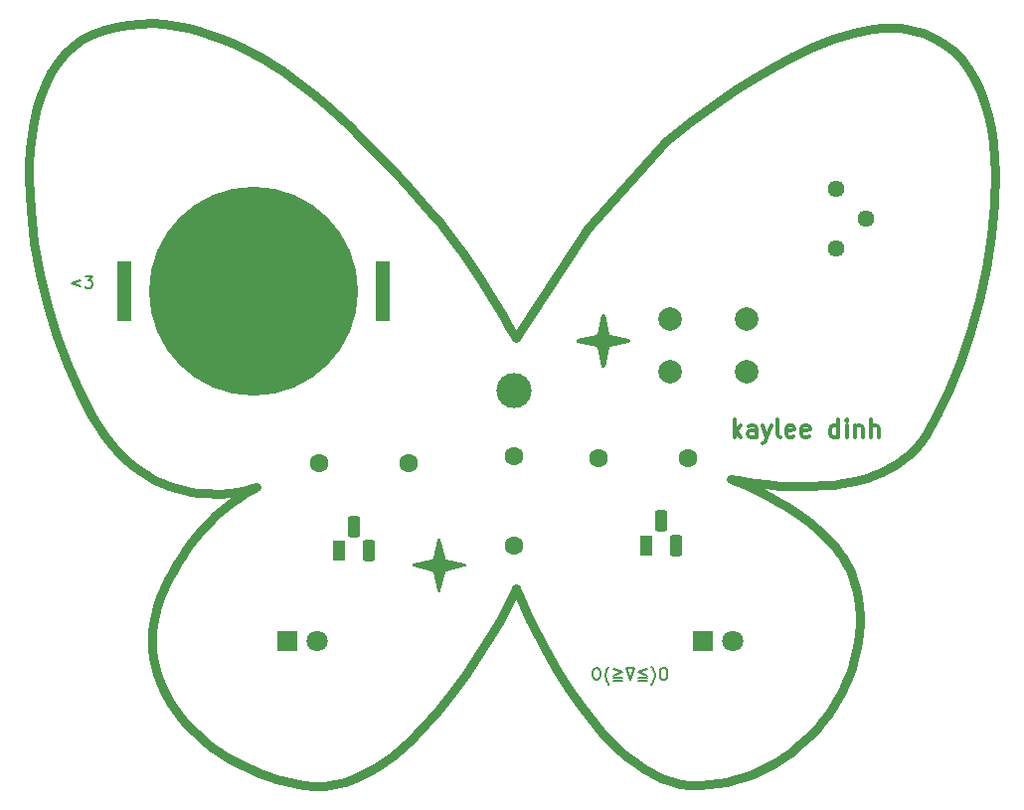
<source format=gbr>
%TF.GenerationSoftware,KiCad,Pcbnew,9.0.2*%
%TF.CreationDate,2025-06-28T05:17:50-07:00*%
%TF.ProjectId,butterfly5,62757474-6572-4666-9c79-352e6b696361,rev?*%
%TF.SameCoordinates,Original*%
%TF.FileFunction,Soldermask,Top*%
%TF.FilePolarity,Negative*%
%FSLAX46Y46*%
G04 Gerber Fmt 4.6, Leading zero omitted, Abs format (unit mm)*
G04 Created by KiCad (PCBNEW 9.0.2) date 2025-06-28 05:17:50*
%MOMM*%
%LPD*%
G01*
G04 APERTURE LIST*
G04 Aperture macros list*
%AMRoundRect*
0 Rectangle with rounded corners*
0 $1 Rounding radius*
0 $2 $3 $4 $5 $6 $7 $8 $9 X,Y pos of 4 corners*
0 Add a 4 corners polygon primitive as box body*
4,1,4,$2,$3,$4,$5,$6,$7,$8,$9,$2,$3,0*
0 Add four circle primitives for the rounded corners*
1,1,$1+$1,$2,$3*
1,1,$1+$1,$4,$5*
1,1,$1+$1,$6,$7*
1,1,$1+$1,$8,$9*
0 Add four rect primitives between the rounded corners*
20,1,$1+$1,$2,$3,$4,$5,0*
20,1,$1+$1,$4,$5,$6,$7,0*
20,1,$1+$1,$6,$7,$8,$9,0*
20,1,$1+$1,$8,$9,$2,$3,0*%
G04 Aperture macros list end*
%ADD10C,0.000000*%
%ADD11C,0.761999*%
%ADD12C,0.300000*%
%ADD13C,0.150000*%
%ADD14C,1.600000*%
%ADD15R,1.270000X5.080000*%
%ADD16C,17.800000*%
%ADD17R,1.800000X1.800000*%
%ADD18C,1.800000*%
%ADD19R,1.100000X1.800000*%
%ADD20RoundRect,0.275000X-0.275000X-0.625000X0.275000X-0.625000X0.275000X0.625000X-0.275000X0.625000X0*%
%ADD21C,3.000000*%
%ADD22C,2.000000*%
%ADD23C,1.440000*%
G04 APERTURE END LIST*
D10*
G36*
X155811825Y-89514012D02*
G01*
X155823584Y-89515350D01*
X155835210Y-89517579D01*
X155846638Y-89520700D01*
X155857801Y-89524713D01*
X155868633Y-89529617D01*
X155879069Y-89535413D01*
X155889041Y-89542101D01*
X155898484Y-89549681D01*
X155907332Y-89558152D01*
X155915518Y-89567515D01*
X155922976Y-89577769D01*
X155929641Y-89588916D01*
X155935445Y-89600954D01*
X155940323Y-89613883D01*
X155944209Y-89627705D01*
X156310371Y-91179451D01*
X156313132Y-91189549D01*
X156316565Y-91199341D01*
X156320643Y-91208800D01*
X156325341Y-91217901D01*
X156330632Y-91226616D01*
X156336490Y-91234920D01*
X156342890Y-91242788D01*
X156349804Y-91250192D01*
X156357208Y-91257107D01*
X156365075Y-91263507D01*
X156373379Y-91269366D01*
X156382094Y-91274658D01*
X156391194Y-91279356D01*
X156400653Y-91283435D01*
X156410445Y-91286868D01*
X156420543Y-91289630D01*
X157972293Y-91655792D01*
X157986115Y-91659677D01*
X157999045Y-91664555D01*
X158011083Y-91670360D01*
X158022230Y-91677024D01*
X158032485Y-91684483D01*
X158041848Y-91692669D01*
X158050319Y-91701516D01*
X158057899Y-91710959D01*
X158064587Y-91720932D01*
X158070383Y-91731367D01*
X158075287Y-91742200D01*
X158079300Y-91753363D01*
X158082421Y-91764791D01*
X158084650Y-91776417D01*
X158085988Y-91788175D01*
X158086434Y-91800000D01*
X158085988Y-91811825D01*
X158084650Y-91823584D01*
X158082421Y-91835210D01*
X158079300Y-91846638D01*
X158075287Y-91857801D01*
X158070383Y-91868633D01*
X158064587Y-91879069D01*
X158057899Y-91889041D01*
X158050319Y-91898484D01*
X158041848Y-91907332D01*
X158032485Y-91915518D01*
X158022230Y-91922976D01*
X158011083Y-91929641D01*
X157999045Y-91935445D01*
X157986115Y-91940323D01*
X157972293Y-91944209D01*
X156420543Y-92310371D01*
X156410445Y-92313132D01*
X156400653Y-92316565D01*
X156391194Y-92320643D01*
X156382094Y-92325341D01*
X156373379Y-92330632D01*
X156365075Y-92336490D01*
X156357208Y-92342890D01*
X156349804Y-92349804D01*
X156342890Y-92357208D01*
X156336490Y-92365075D01*
X156330632Y-92373379D01*
X156325341Y-92382094D01*
X156320643Y-92391194D01*
X156316565Y-92400653D01*
X156313132Y-92410445D01*
X156310371Y-92420543D01*
X155944209Y-93972293D01*
X155940323Y-93986115D01*
X155935445Y-93999045D01*
X155929641Y-94011083D01*
X155922976Y-94022230D01*
X155915518Y-94032485D01*
X155907332Y-94041848D01*
X155898484Y-94050319D01*
X155889041Y-94057899D01*
X155879069Y-94064587D01*
X155868633Y-94070383D01*
X155857801Y-94075287D01*
X155846638Y-94079300D01*
X155835210Y-94082421D01*
X155823584Y-94084650D01*
X155811825Y-94085988D01*
X155800000Y-94086434D01*
X155788175Y-94085988D01*
X155776417Y-94084650D01*
X155764791Y-94082421D01*
X155753363Y-94079300D01*
X155742200Y-94075287D01*
X155731367Y-94070383D01*
X155720932Y-94064587D01*
X155710959Y-94057899D01*
X155701516Y-94050319D01*
X155692669Y-94041848D01*
X155684483Y-94032485D01*
X155677024Y-94022230D01*
X155670360Y-94011083D01*
X155664555Y-93999045D01*
X155659677Y-93986115D01*
X155655792Y-93972293D01*
X155289630Y-92420543D01*
X155286868Y-92410445D01*
X155283435Y-92400653D01*
X155279356Y-92391194D01*
X155274658Y-92382094D01*
X155269366Y-92373379D01*
X155263507Y-92365075D01*
X155257107Y-92357208D01*
X155250192Y-92349804D01*
X155242788Y-92342890D01*
X155234920Y-92336490D01*
X155226616Y-92330632D01*
X155217901Y-92325341D01*
X155208800Y-92320643D01*
X155199341Y-92316565D01*
X155189549Y-92313132D01*
X155179451Y-92310371D01*
X153627705Y-91944209D01*
X153613883Y-91940323D01*
X153600954Y-91935445D01*
X153588916Y-91929641D01*
X153577769Y-91922976D01*
X153567515Y-91915518D01*
X153558152Y-91907332D01*
X153549681Y-91898484D01*
X153542101Y-91889041D01*
X153535413Y-91879069D01*
X153529617Y-91868633D01*
X153524713Y-91857801D01*
X153520700Y-91846638D01*
X153517579Y-91835210D01*
X153515350Y-91823584D01*
X153514012Y-91811825D01*
X153513567Y-91800000D01*
X153514012Y-91788175D01*
X153515350Y-91776417D01*
X153517579Y-91764791D01*
X153520700Y-91753363D01*
X153524713Y-91742200D01*
X153529617Y-91731367D01*
X153535413Y-91720932D01*
X153542101Y-91710959D01*
X153549681Y-91701516D01*
X153558152Y-91692669D01*
X153567515Y-91684483D01*
X153577769Y-91677024D01*
X153588916Y-91670360D01*
X153600954Y-91664555D01*
X153613883Y-91659677D01*
X153627705Y-91655792D01*
X155179451Y-91289630D01*
X155189549Y-91286868D01*
X155199341Y-91283435D01*
X155208800Y-91279356D01*
X155217901Y-91274658D01*
X155226616Y-91269366D01*
X155234920Y-91263507D01*
X155242788Y-91257107D01*
X155250192Y-91250192D01*
X155257107Y-91242788D01*
X155263507Y-91234920D01*
X155269366Y-91226616D01*
X155274658Y-91217901D01*
X155279356Y-91208800D01*
X155283435Y-91199341D01*
X155286868Y-91189549D01*
X155289630Y-91179451D01*
X155655792Y-89627705D01*
X155659677Y-89613883D01*
X155664555Y-89600954D01*
X155670360Y-89588916D01*
X155677024Y-89577769D01*
X155684483Y-89567515D01*
X155692669Y-89558152D01*
X155701516Y-89549681D01*
X155710959Y-89542101D01*
X155720932Y-89535413D01*
X155731367Y-89529617D01*
X155742200Y-89524713D01*
X155753363Y-89520700D01*
X155764791Y-89517579D01*
X155776417Y-89515350D01*
X155788175Y-89514012D01*
X155800000Y-89513566D01*
X155811825Y-89514012D01*
G37*
D11*
X118400000Y-64800000D02*
X119397991Y-64932196D01*
X120385448Y-65126551D01*
X121360243Y-65377798D01*
X122320249Y-65680669D01*
X123263337Y-66029898D01*
X124187380Y-66420217D01*
X125090250Y-66846360D01*
X125969820Y-67303059D01*
X126823960Y-67785047D01*
X127650545Y-68287058D01*
X128447445Y-68803823D01*
X129943682Y-69860549D01*
X131295649Y-70913090D01*
X132486323Y-71919307D01*
X133498682Y-72837065D01*
X134315704Y-73624227D01*
X134920367Y-74238654D01*
X135424524Y-74780761D01*
X136152998Y-75505036D01*
X137938623Y-77331286D01*
X139040460Y-78495195D01*
X140181698Y-79739649D01*
X141287374Y-80999665D01*
X141803450Y-81615202D01*
X142282525Y-82210260D01*
X142794323Y-82879231D01*
X143316855Y-83594209D01*
X143844083Y-84342892D01*
X144369969Y-85112974D01*
X145393571Y-86668128D01*
X146339364Y-88161242D01*
X147159053Y-89493890D01*
X147804340Y-90567644D01*
X148378525Y-91544760D01*
X154474523Y-82210260D01*
X161142021Y-74780761D01*
X163294927Y-73070632D01*
X165665389Y-71351027D01*
X167080592Y-70397022D01*
X168613480Y-69426666D01*
X170237330Y-68474798D01*
X171925420Y-67576255D01*
X173651027Y-66765875D01*
X175387428Y-66078497D01*
X177107901Y-65548957D01*
X177953813Y-65354264D01*
X178785722Y-65212095D01*
X179600288Y-65126805D01*
X180394170Y-65102749D01*
X181164028Y-65144280D01*
X181906522Y-65255755D01*
X182966563Y-65541194D01*
X183931480Y-65942585D01*
X184804215Y-66453462D01*
X185587710Y-67067359D01*
X186284907Y-67777811D01*
X186898749Y-68578352D01*
X187432178Y-69462516D01*
X187888137Y-70423837D01*
X188269567Y-71455849D01*
X188579411Y-72552086D01*
X188820612Y-73706084D01*
X188996111Y-74911375D01*
X189161776Y-77449975D01*
X189099943Y-80116160D01*
X188834151Y-82858204D01*
X188387940Y-85624379D01*
X187784848Y-88362960D01*
X187048413Y-91022219D01*
X186202174Y-93550430D01*
X185269670Y-95895867D01*
X184274439Y-98006801D01*
X183240020Y-99831508D01*
X182823743Y-100428786D01*
X182363237Y-100971997D01*
X181862267Y-101463444D01*
X181324603Y-101905428D01*
X180754010Y-102300253D01*
X180154256Y-102650220D01*
X179529108Y-102957632D01*
X178882334Y-103224790D01*
X178217700Y-103453997D01*
X177538974Y-103647555D01*
X176849923Y-103807766D01*
X176154315Y-103936933D01*
X175455916Y-104037357D01*
X174758493Y-104111341D01*
X173381647Y-104189197D01*
X172053915Y-104188918D01*
X170805433Y-104128922D01*
X169666340Y-104027626D01*
X168666773Y-103903448D01*
X167206769Y-103660114D01*
X166666523Y-103546260D01*
X167071462Y-103702235D01*
X168150134Y-104164376D01*
X168878304Y-104507547D01*
X169698325Y-104924005D01*
X170584673Y-105412665D01*
X171511820Y-105972444D01*
X172454238Y-106602256D01*
X173386402Y-107301017D01*
X174282783Y-108067641D01*
X174709579Y-108476064D01*
X175117856Y-108901045D01*
X175504425Y-109342450D01*
X175866094Y-109800144D01*
X176199672Y-110273990D01*
X176501969Y-110763852D01*
X176769793Y-111269597D01*
X176999954Y-111791086D01*
X177189261Y-112328186D01*
X177334523Y-112880761D01*
X177476941Y-113647593D01*
X177570607Y-114413352D01*
X177616787Y-115176577D01*
X177616751Y-115935810D01*
X177571766Y-116689589D01*
X177483099Y-117436455D01*
X177352020Y-118174946D01*
X177179796Y-118903604D01*
X176967694Y-119620968D01*
X176716983Y-120325577D01*
X176428931Y-121015972D01*
X176104805Y-121690693D01*
X175745874Y-122348278D01*
X175353405Y-122987269D01*
X174928667Y-123606204D01*
X174472928Y-124203624D01*
X173987454Y-124778069D01*
X173473515Y-125328078D01*
X172932379Y-125852191D01*
X172365312Y-126348948D01*
X171773584Y-126816888D01*
X171158461Y-127254553D01*
X170521213Y-127660480D01*
X169863107Y-128033211D01*
X169185410Y-128371286D01*
X168489392Y-128673242D01*
X167776319Y-128937622D01*
X167047460Y-129162964D01*
X166304083Y-129347809D01*
X165547455Y-129490696D01*
X164778845Y-129590164D01*
X163999521Y-129644755D01*
X163168051Y-129628427D01*
X162350640Y-129515979D01*
X161548096Y-129313748D01*
X160761229Y-129028074D01*
X159990847Y-128665292D01*
X159237761Y-128231740D01*
X158502778Y-127733756D01*
X157786708Y-127177678D01*
X157090360Y-126569842D01*
X156414544Y-125916586D01*
X155760067Y-125224248D01*
X155127740Y-124499165D01*
X153932770Y-122976114D01*
X152836105Y-121398133D01*
X151844220Y-119815921D01*
X150963586Y-118280179D01*
X150200675Y-116841606D01*
X149561962Y-115550901D01*
X148683014Y-113615895D01*
X148378525Y-112880761D01*
X147991072Y-113663519D01*
X146888529Y-115714180D01*
X146097139Y-117075469D01*
X145160623Y-118586327D01*
X144090197Y-120190953D01*
X142897078Y-121833544D01*
X141592480Y-123458298D01*
X140187620Y-125009412D01*
X139451097Y-125739917D01*
X138693713Y-126431085D01*
X137916872Y-127075943D01*
X137121975Y-127667515D01*
X136310424Y-128198825D01*
X135483621Y-128662899D01*
X134642968Y-129052761D01*
X133789868Y-129361435D01*
X132925721Y-129581947D01*
X132051930Y-129707321D01*
X131169897Y-129730582D01*
X130281024Y-129644755D01*
X129513300Y-129504266D01*
X128751697Y-129329868D01*
X127998154Y-129122479D01*
X127254613Y-128883016D01*
X126523013Y-128612398D01*
X125805297Y-128311540D01*
X125103404Y-127981361D01*
X124419274Y-127622778D01*
X123754849Y-127236708D01*
X123112068Y-126824069D01*
X122492873Y-126385778D01*
X121899204Y-125922752D01*
X121333002Y-125435910D01*
X120796207Y-124926167D01*
X120290760Y-124394442D01*
X119818601Y-123841652D01*
X119381671Y-123268715D01*
X118981910Y-122676547D01*
X118621259Y-122066067D01*
X118301659Y-121438191D01*
X118025051Y-120793837D01*
X117793374Y-120133922D01*
X117608569Y-119459364D01*
X117472577Y-118771080D01*
X117387339Y-118069987D01*
X117354794Y-117357004D01*
X117376885Y-116633046D01*
X117455550Y-115899032D01*
X117592731Y-115155880D01*
X117790369Y-114404505D01*
X118050403Y-113645826D01*
X118374775Y-112880761D01*
X118738131Y-112133277D01*
X119112823Y-111426012D01*
X119497352Y-110757884D01*
X119890217Y-110127812D01*
X120289920Y-109534714D01*
X120694959Y-108977510D01*
X121103835Y-108455117D01*
X121515048Y-107966455D01*
X121927099Y-107510442D01*
X122338486Y-107085997D01*
X122747711Y-106692039D01*
X123153274Y-106327485D01*
X123553674Y-105991256D01*
X123947411Y-105682269D01*
X124332987Y-105399443D01*
X124708900Y-105141697D01*
X125073651Y-104907950D01*
X125425740Y-104697120D01*
X126085932Y-104339886D01*
X126235307Y-104269550D01*
X125947863Y-104353769D01*
X125066263Y-104555873D01*
X124080018Y-104711933D01*
X123006290Y-104796416D01*
X121862241Y-104783789D01*
X121269209Y-104733079D01*
X120665033Y-104648518D01*
X120051857Y-104526912D01*
X119431827Y-104365070D01*
X118807089Y-104159800D01*
X118179787Y-103907911D01*
X117552066Y-103606212D01*
X116926072Y-103251509D01*
X116303950Y-102840613D01*
X115687846Y-102370330D01*
X115079904Y-101837470D01*
X114482270Y-101238841D01*
X113897089Y-100571251D01*
X113326507Y-99831508D01*
X112218322Y-98113171D01*
X111158273Y-96099457D01*
X110167708Y-93841014D01*
X109267975Y-91388490D01*
X108480420Y-88792532D01*
X107826391Y-86103789D01*
X107327236Y-83372909D01*
X107004302Y-80650541D01*
X106878938Y-77987331D01*
X106897015Y-76693738D01*
X106972490Y-75433928D01*
X107108030Y-74214232D01*
X107306305Y-73040981D01*
X107569983Y-71920506D01*
X107901732Y-70859137D01*
X108304221Y-69863206D01*
X108780119Y-68939045D01*
X109332092Y-68092982D01*
X109962811Y-67331351D01*
X110674944Y-66660482D01*
X111471158Y-66086706D01*
X112354123Y-65616353D01*
X113326507Y-65255755D01*
X114345251Y-64998149D01*
X115364100Y-64829038D01*
X116380926Y-64743154D01*
X117393602Y-64735231D01*
X118400000Y-64800000D01*
D10*
G36*
X141832374Y-108624382D02*
G01*
X141844133Y-108625720D01*
X141855759Y-108627949D01*
X141867187Y-108631070D01*
X141878350Y-108635083D01*
X141889182Y-108639987D01*
X141899618Y-108645783D01*
X141909590Y-108652471D01*
X141919033Y-108660051D01*
X141927881Y-108668522D01*
X141936067Y-108677885D01*
X141943525Y-108688139D01*
X141950190Y-108699286D01*
X141955994Y-108711324D01*
X141960872Y-108724253D01*
X141964758Y-108738075D01*
X142330920Y-110289821D01*
X142333681Y-110299919D01*
X142337114Y-110309711D01*
X142341192Y-110319170D01*
X142345890Y-110328271D01*
X142351181Y-110336986D01*
X142357039Y-110345290D01*
X142363439Y-110353158D01*
X142370353Y-110360562D01*
X142377757Y-110367477D01*
X142385624Y-110373877D01*
X142393928Y-110379736D01*
X142402643Y-110385028D01*
X142411743Y-110389726D01*
X142421202Y-110393805D01*
X142430994Y-110397238D01*
X142441092Y-110400000D01*
X143992842Y-110766162D01*
X144006664Y-110770047D01*
X144019594Y-110774925D01*
X144031632Y-110780730D01*
X144042779Y-110787394D01*
X144053034Y-110794853D01*
X144062397Y-110803039D01*
X144070868Y-110811886D01*
X144078448Y-110821329D01*
X144085136Y-110831302D01*
X144090932Y-110841737D01*
X144095836Y-110852570D01*
X144099849Y-110863733D01*
X144102970Y-110875161D01*
X144105199Y-110886787D01*
X144106537Y-110898545D01*
X144106983Y-110910370D01*
X144106537Y-110922195D01*
X144105199Y-110933954D01*
X144102970Y-110945580D01*
X144099849Y-110957008D01*
X144095836Y-110968171D01*
X144090932Y-110979003D01*
X144085136Y-110989439D01*
X144078448Y-110999411D01*
X144070868Y-111008854D01*
X144062397Y-111017702D01*
X144053034Y-111025888D01*
X144042779Y-111033346D01*
X144031632Y-111040011D01*
X144019594Y-111045815D01*
X144006664Y-111050693D01*
X143992842Y-111054579D01*
X142441092Y-111420741D01*
X142430994Y-111423502D01*
X142421202Y-111426935D01*
X142411743Y-111431013D01*
X142402643Y-111435711D01*
X142393928Y-111441002D01*
X142385624Y-111446860D01*
X142377757Y-111453260D01*
X142370353Y-111460174D01*
X142363439Y-111467578D01*
X142357039Y-111475445D01*
X142351181Y-111483749D01*
X142345890Y-111492464D01*
X142341192Y-111501564D01*
X142337114Y-111511023D01*
X142333681Y-111520815D01*
X142330920Y-111530913D01*
X141964758Y-113082663D01*
X141960872Y-113096485D01*
X141955994Y-113109415D01*
X141950190Y-113121453D01*
X141943525Y-113132600D01*
X141936067Y-113142855D01*
X141927881Y-113152218D01*
X141919033Y-113160689D01*
X141909590Y-113168269D01*
X141899618Y-113174957D01*
X141889182Y-113180753D01*
X141878350Y-113185657D01*
X141867187Y-113189670D01*
X141855759Y-113192791D01*
X141844133Y-113195020D01*
X141832374Y-113196358D01*
X141820549Y-113196804D01*
X141808724Y-113196358D01*
X141796966Y-113195020D01*
X141785340Y-113192791D01*
X141773912Y-113189670D01*
X141762749Y-113185657D01*
X141751916Y-113180753D01*
X141741481Y-113174957D01*
X141731508Y-113168269D01*
X141722065Y-113160689D01*
X141713218Y-113152218D01*
X141705032Y-113142855D01*
X141697573Y-113132600D01*
X141690909Y-113121453D01*
X141685104Y-113109415D01*
X141680226Y-113096485D01*
X141676341Y-113082663D01*
X141310179Y-111530913D01*
X141307417Y-111520815D01*
X141303984Y-111511023D01*
X141299905Y-111501564D01*
X141295207Y-111492464D01*
X141289915Y-111483749D01*
X141284056Y-111475445D01*
X141277656Y-111467578D01*
X141270741Y-111460174D01*
X141263337Y-111453260D01*
X141255469Y-111446860D01*
X141247165Y-111441002D01*
X141238450Y-111435711D01*
X141229349Y-111431013D01*
X141219890Y-111426935D01*
X141210098Y-111423502D01*
X141200000Y-111420741D01*
X139648254Y-111054579D01*
X139634432Y-111050693D01*
X139621503Y-111045815D01*
X139609465Y-111040011D01*
X139598318Y-111033346D01*
X139588064Y-111025888D01*
X139578701Y-111017702D01*
X139570230Y-111008854D01*
X139562650Y-110999411D01*
X139555962Y-110989439D01*
X139550166Y-110979003D01*
X139545262Y-110968171D01*
X139541249Y-110957008D01*
X139538128Y-110945580D01*
X139535899Y-110933954D01*
X139534561Y-110922195D01*
X139534116Y-110910370D01*
X139534561Y-110898545D01*
X139535899Y-110886787D01*
X139538128Y-110875161D01*
X139541249Y-110863733D01*
X139545262Y-110852570D01*
X139550166Y-110841737D01*
X139555962Y-110831302D01*
X139562650Y-110821329D01*
X139570230Y-110811886D01*
X139578701Y-110803039D01*
X139588064Y-110794853D01*
X139598318Y-110787394D01*
X139609465Y-110780730D01*
X139621503Y-110774925D01*
X139634432Y-110770047D01*
X139648254Y-110766162D01*
X141200000Y-110400000D01*
X141210098Y-110397238D01*
X141219890Y-110393805D01*
X141229349Y-110389726D01*
X141238450Y-110385028D01*
X141247165Y-110379736D01*
X141255469Y-110373877D01*
X141263337Y-110367477D01*
X141270741Y-110360562D01*
X141277656Y-110353158D01*
X141284056Y-110345290D01*
X141289915Y-110336986D01*
X141295207Y-110328271D01*
X141299905Y-110319170D01*
X141303984Y-110309711D01*
X141307417Y-110299919D01*
X141310179Y-110289821D01*
X141676341Y-108738075D01*
X141680226Y-108724253D01*
X141685104Y-108711324D01*
X141690909Y-108699286D01*
X141697573Y-108688139D01*
X141705032Y-108677885D01*
X141713218Y-108668522D01*
X141722065Y-108660051D01*
X141731508Y-108652471D01*
X141741481Y-108645783D01*
X141751916Y-108639987D01*
X141762749Y-108635083D01*
X141773912Y-108631070D01*
X141785340Y-108627949D01*
X141796966Y-108625720D01*
X141808724Y-108624382D01*
X141820549Y-108623936D01*
X141832374Y-108624382D01*
G37*
D12*
X166954510Y-100000828D02*
X166954510Y-98500828D01*
X167097368Y-99429400D02*
X167525939Y-100000828D01*
X167525939Y-99000828D02*
X166954510Y-99572257D01*
X168811654Y-100000828D02*
X168811654Y-99215114D01*
X168811654Y-99215114D02*
X168740225Y-99072257D01*
X168740225Y-99072257D02*
X168597368Y-99000828D01*
X168597368Y-99000828D02*
X168311654Y-99000828D01*
X168311654Y-99000828D02*
X168168796Y-99072257D01*
X168811654Y-99929400D02*
X168668796Y-100000828D01*
X168668796Y-100000828D02*
X168311654Y-100000828D01*
X168311654Y-100000828D02*
X168168796Y-99929400D01*
X168168796Y-99929400D02*
X168097368Y-99786542D01*
X168097368Y-99786542D02*
X168097368Y-99643685D01*
X168097368Y-99643685D02*
X168168796Y-99500828D01*
X168168796Y-99500828D02*
X168311654Y-99429400D01*
X168311654Y-99429400D02*
X168668796Y-99429400D01*
X168668796Y-99429400D02*
X168811654Y-99357971D01*
X169383082Y-99000828D02*
X169740225Y-100000828D01*
X170097368Y-99000828D02*
X169740225Y-100000828D01*
X169740225Y-100000828D02*
X169597368Y-100357971D01*
X169597368Y-100357971D02*
X169525939Y-100429400D01*
X169525939Y-100429400D02*
X169383082Y-100500828D01*
X170883082Y-100000828D02*
X170740225Y-99929400D01*
X170740225Y-99929400D02*
X170668796Y-99786542D01*
X170668796Y-99786542D02*
X170668796Y-98500828D01*
X172025939Y-99929400D02*
X171883082Y-100000828D01*
X171883082Y-100000828D02*
X171597368Y-100000828D01*
X171597368Y-100000828D02*
X171454510Y-99929400D01*
X171454510Y-99929400D02*
X171383082Y-99786542D01*
X171383082Y-99786542D02*
X171383082Y-99215114D01*
X171383082Y-99215114D02*
X171454510Y-99072257D01*
X171454510Y-99072257D02*
X171597368Y-99000828D01*
X171597368Y-99000828D02*
X171883082Y-99000828D01*
X171883082Y-99000828D02*
X172025939Y-99072257D01*
X172025939Y-99072257D02*
X172097368Y-99215114D01*
X172097368Y-99215114D02*
X172097368Y-99357971D01*
X172097368Y-99357971D02*
X171383082Y-99500828D01*
X173311653Y-99929400D02*
X173168796Y-100000828D01*
X173168796Y-100000828D02*
X172883082Y-100000828D01*
X172883082Y-100000828D02*
X172740224Y-99929400D01*
X172740224Y-99929400D02*
X172668796Y-99786542D01*
X172668796Y-99786542D02*
X172668796Y-99215114D01*
X172668796Y-99215114D02*
X172740224Y-99072257D01*
X172740224Y-99072257D02*
X172883082Y-99000828D01*
X172883082Y-99000828D02*
X173168796Y-99000828D01*
X173168796Y-99000828D02*
X173311653Y-99072257D01*
X173311653Y-99072257D02*
X173383082Y-99215114D01*
X173383082Y-99215114D02*
X173383082Y-99357971D01*
X173383082Y-99357971D02*
X172668796Y-99500828D01*
X175811653Y-100000828D02*
X175811653Y-98500828D01*
X175811653Y-99929400D02*
X175668795Y-100000828D01*
X175668795Y-100000828D02*
X175383081Y-100000828D01*
X175383081Y-100000828D02*
X175240224Y-99929400D01*
X175240224Y-99929400D02*
X175168795Y-99857971D01*
X175168795Y-99857971D02*
X175097367Y-99715114D01*
X175097367Y-99715114D02*
X175097367Y-99286542D01*
X175097367Y-99286542D02*
X175168795Y-99143685D01*
X175168795Y-99143685D02*
X175240224Y-99072257D01*
X175240224Y-99072257D02*
X175383081Y-99000828D01*
X175383081Y-99000828D02*
X175668795Y-99000828D01*
X175668795Y-99000828D02*
X175811653Y-99072257D01*
X176525938Y-100000828D02*
X176525938Y-99000828D01*
X176525938Y-98500828D02*
X176454510Y-98572257D01*
X176454510Y-98572257D02*
X176525938Y-98643685D01*
X176525938Y-98643685D02*
X176597367Y-98572257D01*
X176597367Y-98572257D02*
X176525938Y-98500828D01*
X176525938Y-98500828D02*
X176525938Y-98643685D01*
X177240224Y-99000828D02*
X177240224Y-100000828D01*
X177240224Y-99143685D02*
X177311653Y-99072257D01*
X177311653Y-99072257D02*
X177454510Y-99000828D01*
X177454510Y-99000828D02*
X177668796Y-99000828D01*
X177668796Y-99000828D02*
X177811653Y-99072257D01*
X177811653Y-99072257D02*
X177883082Y-99215114D01*
X177883082Y-99215114D02*
X177883082Y-100000828D01*
X178597367Y-100000828D02*
X178597367Y-98500828D01*
X179240225Y-100000828D02*
X179240225Y-99215114D01*
X179240225Y-99215114D02*
X179168796Y-99072257D01*
X179168796Y-99072257D02*
X179025939Y-99000828D01*
X179025939Y-99000828D02*
X178811653Y-99000828D01*
X178811653Y-99000828D02*
X178668796Y-99072257D01*
X178668796Y-99072257D02*
X178597367Y-99143685D01*
D13*
X111298684Y-86603152D02*
X110536779Y-86888866D01*
X110536779Y-86888866D02*
X111298684Y-87174580D01*
X111679636Y-86269819D02*
X112298683Y-86269819D01*
X112298683Y-86269819D02*
X111965350Y-86650771D01*
X111965350Y-86650771D02*
X112108207Y-86650771D01*
X112108207Y-86650771D02*
X112203445Y-86698390D01*
X112203445Y-86698390D02*
X112251064Y-86746009D01*
X112251064Y-86746009D02*
X112298683Y-86841247D01*
X112298683Y-86841247D02*
X112298683Y-87079342D01*
X112298683Y-87079342D02*
X112251064Y-87174580D01*
X112251064Y-87174580D02*
X112203445Y-87222200D01*
X112203445Y-87222200D02*
X112108207Y-87269819D01*
X112108207Y-87269819D02*
X111822493Y-87269819D01*
X111822493Y-87269819D02*
X111727255Y-87222200D01*
X111727255Y-87222200D02*
X111679636Y-87174580D01*
X155127255Y-119669819D02*
X155317731Y-119669819D01*
X155317731Y-119669819D02*
X155412969Y-119717438D01*
X155412969Y-119717438D02*
X155508207Y-119812676D01*
X155508207Y-119812676D02*
X155555826Y-120003152D01*
X155555826Y-120003152D02*
X155555826Y-120336485D01*
X155555826Y-120336485D02*
X155508207Y-120526961D01*
X155508207Y-120526961D02*
X155412969Y-120622200D01*
X155412969Y-120622200D02*
X155317731Y-120669819D01*
X155317731Y-120669819D02*
X155127255Y-120669819D01*
X155127255Y-120669819D02*
X155032017Y-120622200D01*
X155032017Y-120622200D02*
X154936779Y-120526961D01*
X154936779Y-120526961D02*
X154889160Y-120336485D01*
X154889160Y-120336485D02*
X154889160Y-120003152D01*
X154889160Y-120003152D02*
X154936779Y-119812676D01*
X154936779Y-119812676D02*
X155032017Y-119717438D01*
X155032017Y-119717438D02*
X155127255Y-119669819D01*
X156270112Y-121050771D02*
X156222493Y-121003152D01*
X156222493Y-121003152D02*
X156127255Y-120860295D01*
X156127255Y-120860295D02*
X156079636Y-120765057D01*
X156079636Y-120765057D02*
X156032017Y-120622200D01*
X156032017Y-120622200D02*
X155984398Y-120384104D01*
X155984398Y-120384104D02*
X155984398Y-120193628D01*
X155984398Y-120193628D02*
X156032017Y-119955533D01*
X156032017Y-119955533D02*
X156079636Y-119812676D01*
X156079636Y-119812676D02*
X156127255Y-119717438D01*
X156127255Y-119717438D02*
X156222493Y-119574580D01*
X156222493Y-119574580D02*
X156270112Y-119526961D01*
X157412970Y-120765057D02*
X156651065Y-120765057D01*
X156651065Y-120479342D02*
X157412970Y-120479342D01*
X156651065Y-120288866D02*
X157412970Y-120003152D01*
X157412970Y-120003152D02*
X156651065Y-119717438D01*
X158412969Y-119669819D02*
X158079636Y-120669819D01*
X158079636Y-120669819D02*
X157746303Y-119669819D01*
X157746303Y-119669819D02*
X158412969Y-119669819D01*
X158746303Y-120765057D02*
X159508208Y-120765057D01*
X159508208Y-120479342D02*
X158746303Y-120479342D01*
X159508208Y-120288866D02*
X158746303Y-120003152D01*
X158746303Y-120003152D02*
X159508208Y-119717438D01*
X159889160Y-121050771D02*
X159936779Y-121003152D01*
X159936779Y-121003152D02*
X160032017Y-120860295D01*
X160032017Y-120860295D02*
X160079636Y-120765057D01*
X160079636Y-120765057D02*
X160127255Y-120622200D01*
X160127255Y-120622200D02*
X160174874Y-120384104D01*
X160174874Y-120384104D02*
X160174874Y-120193628D01*
X160174874Y-120193628D02*
X160127255Y-119955533D01*
X160127255Y-119955533D02*
X160079636Y-119812676D01*
X160079636Y-119812676D02*
X160032017Y-119717438D01*
X160032017Y-119717438D02*
X159936779Y-119574580D01*
X159936779Y-119574580D02*
X159889160Y-119526961D01*
X160841541Y-119669819D02*
X161032017Y-119669819D01*
X161032017Y-119669819D02*
X161127255Y-119717438D01*
X161127255Y-119717438D02*
X161222493Y-119812676D01*
X161222493Y-119812676D02*
X161270112Y-120003152D01*
X161270112Y-120003152D02*
X161270112Y-120336485D01*
X161270112Y-120336485D02*
X161222493Y-120526961D01*
X161222493Y-120526961D02*
X161127255Y-120622200D01*
X161127255Y-120622200D02*
X161032017Y-120669819D01*
X161032017Y-120669819D02*
X160841541Y-120669819D01*
X160841541Y-120669819D02*
X160746303Y-120622200D01*
X160746303Y-120622200D02*
X160651065Y-120526961D01*
X160651065Y-120526961D02*
X160603446Y-120336485D01*
X160603446Y-120336485D02*
X160603446Y-120003152D01*
X160603446Y-120003152D02*
X160651065Y-119812676D01*
X160651065Y-119812676D02*
X160746303Y-119717438D01*
X160746303Y-119717438D02*
X160841541Y-119669819D01*
D14*
%TO.C,R3*%
X155380000Y-101800000D03*
X163000000Y-101800000D03*
%TD*%
%TO.C,R2*%
X148200000Y-109210000D03*
X148200000Y-101590000D03*
%TD*%
D15*
%TO.C,BT1*%
X115015000Y-87600000D03*
X136985000Y-87600000D03*
D16*
X126000000Y-87600000D03*
%TD*%
D17*
%TO.C,D2*%
X164260000Y-117400000D03*
D18*
X166800000Y-117400000D03*
%TD*%
D19*
%TO.C,Q2*%
X159460000Y-109200000D03*
D20*
X160730000Y-107130000D03*
X162000000Y-109200000D03*
%TD*%
D19*
%TO.C,Q1*%
X133330000Y-109670000D03*
D20*
X134600000Y-107600000D03*
X135870000Y-109670000D03*
%TD*%
D14*
%TO.C,R1*%
X131590000Y-102200000D03*
X139210000Y-102200000D03*
%TD*%
D17*
%TO.C,D1*%
X128925000Y-117400000D03*
D18*
X131465000Y-117400000D03*
%TD*%
D21*
%TO.C,REF\u002A\u002A*%
X148200000Y-96000000D03*
%TD*%
D22*
%TO.C,SW1*%
X161500000Y-89900000D03*
X168000000Y-89900000D03*
X161500000Y-94400000D03*
X168000000Y-94400000D03*
%TD*%
D23*
%TO.C,RV1*%
X175600000Y-83880000D03*
X178140000Y-81340000D03*
X175600000Y-78800000D03*
%TD*%
M02*

</source>
